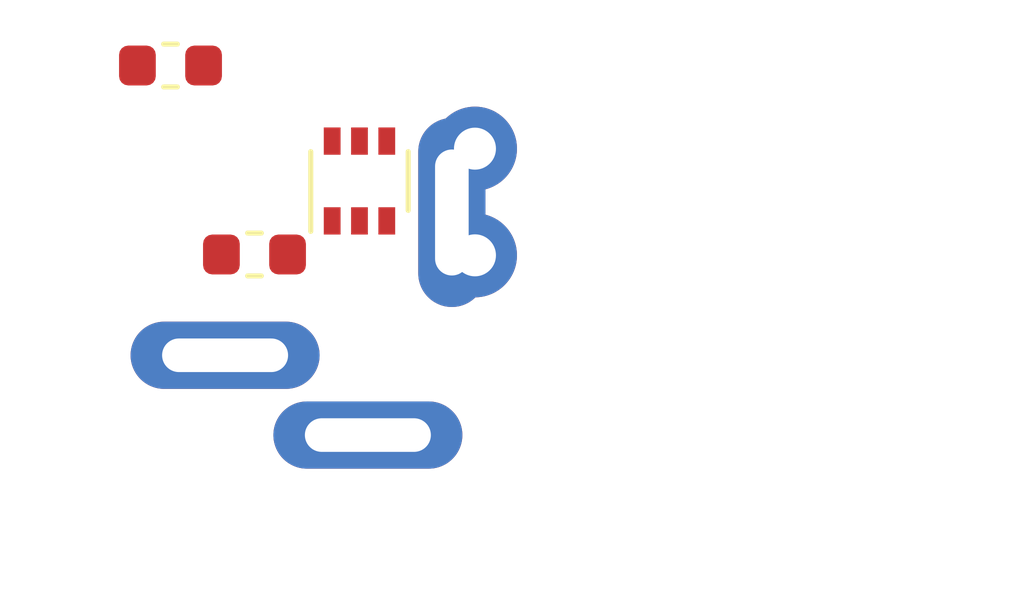
<source format=kicad_pcb>
(kicad_pcb (version 20171130) (host pcbnew "(6.0.0-rc1-dev-1267-gff668968f)")

  (general
    (thickness 1.6)
    (drawings 1)
    (tracks 0)
    (zones 0)
    (modules 5)
    (nets 7)
  )

  (page A4)
  (layers
    (0 F.Cu signal)
    (31 B.Cu signal)
    (32 B.Adhes user)
    (33 F.Adhes user)
    (34 B.Paste user)
    (35 F.Paste user)
    (36 B.SilkS user)
    (37 F.SilkS user)
    (38 B.Mask user)
    (39 F.Mask user)
    (40 Dwgs.User user)
    (41 Cmts.User user)
    (42 Eco1.User user)
    (43 Eco2.User user)
    (44 Edge.Cuts user)
    (45 Margin user)
    (46 B.CrtYd user)
    (47 F.CrtYd user)
    (48 B.Fab user)
    (49 F.Fab user hide)
  )

  (setup
    (last_trace_width 0.25)
    (trace_clearance 0.2)
    (zone_clearance 0.508)
    (zone_45_only no)
    (trace_min 0.2)
    (via_size 0.8)
    (via_drill 0.4)
    (via_min_size 0.4)
    (via_min_drill 0.3)
    (uvia_size 0.3)
    (uvia_drill 0.1)
    (uvias_allowed no)
    (uvia_min_size 0.2)
    (uvia_min_drill 0.1)
    (edge_width 0.05)
    (segment_width 0.2)
    (pcb_text_width 0.3)
    (pcb_text_size 1.5 1.5)
    (mod_edge_width 0.12)
    (mod_text_size 1 1)
    (mod_text_width 0.15)
    (pad_size 1.6 4.5)
    (pad_drill 0.8)
    (pad_to_mask_clearance 0.051)
    (solder_mask_min_width 0.25)
    (aux_axis_origin 0 0)
    (visible_elements 7FFFFFFF)
    (pcbplotparams
      (layerselection 0x010fc_ffffffff)
      (usegerberextensions false)
      (usegerberattributes false)
      (usegerberadvancedattributes false)
      (creategerberjobfile false)
      (excludeedgelayer true)
      (linewidth 0.100000)
      (plotframeref false)
      (viasonmask false)
      (mode 1)
      (useauxorigin false)
      (hpglpennumber 1)
      (hpglpenspeed 20)
      (hpglpendiameter 15.000000)
      (psnegative false)
      (psa4output false)
      (plotreference true)
      (plotvalue true)
      (plotinvisibletext false)
      (padsonsilk false)
      (subtractmaskfromsilk false)
      (outputformat 1)
      (mirror false)
      (drillshape 1)
      (scaleselection 1)
      (outputdirectory ""))
  )

  (net 0 "")
  (net 1 "Net-(J1-Pad3)")
  (net 2 "Net-(J1-Pad2)")
  (net 3 "Net-(J1-Pad1)")
  (net 4 "Net-(J2-Pad1)")
  (net 5 "Net-(J2-Pad2)")
  (net 6 "Net-(Q1-PadD)")

  (net_class Default "This is the default net class."
    (clearance 0.2)
    (trace_width 0.25)
    (via_dia 0.8)
    (via_drill 0.4)
    (uvia_dia 0.3)
    (uvia_drill 0.1)
    (add_net "Net-(J1-Pad1)")
    (add_net "Net-(J1-Pad2)")
    (add_net "Net-(J1-Pad3)")
    (add_net "Net-(J2-Pad1)")
    (add_net "Net-(J2-Pad2)")
    (add_net "Net-(Q1-PadD)")
  )

  (module Connector_Wire:SolderWirePad_1x02_P3.81mm_Drill0.8mm (layer F.Cu) (tedit 5BFADBFB) (tstamp 5BFB7037)
    (at 152.75 104.25 270)
    (descr "Wire solder connection")
    (tags connector)
    (path /5BFB32FD)
    (attr virtual)
    (fp_text reference J2 (at 0 -2.54 270) (layer F.SilkS) hide
      (effects (font (size 0.8 0.8) (thickness 0.15)))
    )
    (fp_text value Conn_01x02 (at 0 2.54 270) (layer F.Fab)
      (effects (font (size 0.8 0.8) (thickness 0.15)))
    )
    (fp_text user %R (at 0 -2.54 270) (layer F.Fab)
      (effects (font (size 0.8 0.8) (thickness 0.15)))
    )
    (pad 1 thru_hole circle (at -1.27 0 270) (size 2 2) (drill 1) (layers *.Cu *.Mask)
      (net 4 "Net-(J2-Pad1)"))
    (pad 2 thru_hole circle (at 1.27 0 270) (size 2 2) (drill 1) (layers *.Cu *.Mask)
      (net 5 "Net-(J2-Pad2)"))
  )

  (module Transistors_MOSFETS_SMD:ON_Semi_MCH6341-TL-W (layer F.Cu) (tedit 5BCB575D) (tstamp 5BFB6A75)
    (at 150 103.75 90)
    (descr "SOT-363, SC-70-6")
    (tags "SOT-363 SC-70-6")
    (path /5BFAE35A)
    (attr smd)
    (fp_text reference Q1 (at 0 -2 90) (layer F.SilkS) hide
      (effects (font (size 0.8 0.8) (thickness 0.15)))
    )
    (fp_text value MCH6341-TL-W (at 0 2 270) (layer F.Fab)
      (effects (font (size 0.8 0.8) (thickness 0.15)))
    )
    (fp_text user %R (at 0 0 180) (layer F.Fab)
      (effects (font (size 0.8 0.8) (thickness 0.075)))
    )
    (fp_line (start 0.7 -1.16) (end -1.2 -1.16) (layer F.SilkS) (width 0.12))
    (fp_line (start -0.7 1.16) (end 0.7 1.16) (layer F.SilkS) (width 0.12))
    (fp_line (start 1.6 1.4) (end 1.6 -1.4) (layer F.CrtYd) (width 0.05))
    (fp_line (start -1.6 -1.4) (end -1.6 1.4) (layer F.CrtYd) (width 0.05))
    (fp_line (start -1.6 -1.4) (end 1.6 -1.4) (layer F.CrtYd) (width 0.05))
    (fp_line (start 0.675 -1.1) (end -0.175 -1.1) (layer F.Fab) (width 0.1))
    (fp_line (start -0.675 -0.6) (end -0.675 1.1) (layer F.Fab) (width 0.1))
    (fp_line (start -1.6 1.4) (end 1.6 1.4) (layer F.CrtYd) (width 0.05))
    (fp_line (start 0.675 -1.1) (end 0.675 1.1) (layer F.Fab) (width 0.1))
    (fp_line (start 0.675 1.1) (end -0.675 1.1) (layer F.Fab) (width 0.1))
    (fp_line (start -0.175 -1.1) (end -0.675 -0.6) (layer F.Fab) (width 0.1))
    (pad D smd rect (at -0.95 -0.65 90) (size 0.65 0.4) (layers F.Cu F.Paste F.Mask)
      (net 6 "Net-(Q1-PadD)"))
    (pad G smd rect (at -0.95 0.65 90) (size 0.65 0.4) (layers F.Cu F.Paste F.Mask)
      (net 5 "Net-(J2-Pad2)"))
    (pad D smd rect (at 0.95 0 90) (size 0.65 0.4) (layers F.Cu F.Paste F.Mask)
      (net 6 "Net-(Q1-PadD)"))
    (pad D smd rect (at -0.95 0 90) (size 0.65 0.4) (layers F.Cu F.Paste F.Mask)
      (net 6 "Net-(Q1-PadD)"))
    (pad S smd rect (at 0.95 0.65 90) (size 0.65 0.4) (layers F.Cu F.Paste F.Mask)
      (net 4 "Net-(J2-Pad1)"))
    (pad D smd rect (at 0.95 -0.65 90) (size 0.65 0.4) (layers F.Cu F.Paste F.Mask)
      (net 6 "Net-(Q1-PadD)"))
    (model ${KISYS3DMOD}/Package_TO_SOT_SMD.3dshapes/SOT-363_SC-70-6.wrl
      (at (xyz 0 0 0))
      (scale (xyz 1 1 1))
      (rotate (xyz 0 0 0))
    )
  )

  (module Resistor_SMD:R_0603_1608Metric (layer F.Cu) (tedit 5B301BBD) (tstamp 5BFB6A86)
    (at 147.5 105.5 180)
    (descr "Resistor SMD 0603 (1608 Metric), square (rectangular) end terminal, IPC_7351 nominal, (Body size source: http://www.tortai-tech.com/upload/download/2011102023233369053.pdf), generated with kicad-footprint-generator")
    (tags resistor)
    (path /5BFB200F)
    (attr smd)
    (fp_text reference R1 (at 0 -1.43 180) (layer F.SilkS) hide
      (effects (font (size 0.8 0.8) (thickness 0.15)))
    )
    (fp_text value R (at 0 1.43 180) (layer F.Fab)
      (effects (font (size 0.8 0.8) (thickness 0.15)))
    )
    (fp_line (start -0.8 0.4) (end -0.8 -0.4) (layer F.Fab) (width 0.1))
    (fp_line (start -0.8 -0.4) (end 0.8 -0.4) (layer F.Fab) (width 0.1))
    (fp_line (start 0.8 -0.4) (end 0.8 0.4) (layer F.Fab) (width 0.1))
    (fp_line (start 0.8 0.4) (end -0.8 0.4) (layer F.Fab) (width 0.1))
    (fp_line (start -0.162779 -0.51) (end 0.162779 -0.51) (layer F.SilkS) (width 0.12))
    (fp_line (start -0.162779 0.51) (end 0.162779 0.51) (layer F.SilkS) (width 0.12))
    (fp_line (start -1.48 0.73) (end -1.48 -0.73) (layer F.CrtYd) (width 0.05))
    (fp_line (start -1.48 -0.73) (end 1.48 -0.73) (layer F.CrtYd) (width 0.05))
    (fp_line (start 1.48 -0.73) (end 1.48 0.73) (layer F.CrtYd) (width 0.05))
    (fp_line (start 1.48 0.73) (end -1.48 0.73) (layer F.CrtYd) (width 0.05))
    (fp_text user %R (at 0 0 180) (layer F.Fab)
      (effects (font (size 0.8 0.8) (thickness 0.06)))
    )
    (pad 1 smd roundrect (at -0.7875 0 180) (size 0.875 0.95) (layers F.Cu F.Paste F.Mask) (roundrect_rratio 0.25)
      (net 6 "Net-(Q1-PadD)"))
    (pad 2 smd roundrect (at 0.7875 0 180) (size 0.875 0.95) (layers F.Cu F.Paste F.Mask) (roundrect_rratio 0.25)
      (net 2 "Net-(J1-Pad2)"))
    (model ${KISYS3DMOD}/Resistor_SMD.3dshapes/R_0603_1608Metric.wrl
      (at (xyz 0 0 0))
      (scale (xyz 1 1 1))
      (rotate (xyz 0 0 0))
    )
  )

  (module Resistor_SMD:R_0603_1608Metric (layer F.Cu) (tedit 5B301BBD) (tstamp 5BFB6A97)
    (at 145.5 101 180)
    (descr "Resistor SMD 0603 (1608 Metric), square (rectangular) end terminal, IPC_7351 nominal, (Body size source: http://www.tortai-tech.com/upload/download/2011102023233369053.pdf), generated with kicad-footprint-generator")
    (tags resistor)
    (path /5BFB4BDE)
    (attr smd)
    (fp_text reference R2 (at 0 -1.43 180) (layer F.SilkS) hide
      (effects (font (size 0.8 0.8) (thickness 0.15)))
    )
    (fp_text value R (at 0 1.43 180) (layer F.Fab)
      (effects (font (size 0.8 0.8) (thickness 0.15)))
    )
    (fp_text user %R (at 0 0 180) (layer F.Fab)
      (effects (font (size 0.8 0.8) (thickness 0.06)))
    )
    (fp_line (start 1.48 0.73) (end -1.48 0.73) (layer F.CrtYd) (width 0.05))
    (fp_line (start 1.48 -0.73) (end 1.48 0.73) (layer F.CrtYd) (width 0.05))
    (fp_line (start -1.48 -0.73) (end 1.48 -0.73) (layer F.CrtYd) (width 0.05))
    (fp_line (start -1.48 0.73) (end -1.48 -0.73) (layer F.CrtYd) (width 0.05))
    (fp_line (start -0.162779 0.51) (end 0.162779 0.51) (layer F.SilkS) (width 0.12))
    (fp_line (start -0.162779 -0.51) (end 0.162779 -0.51) (layer F.SilkS) (width 0.12))
    (fp_line (start 0.8 0.4) (end -0.8 0.4) (layer F.Fab) (width 0.1))
    (fp_line (start 0.8 -0.4) (end 0.8 0.4) (layer F.Fab) (width 0.1))
    (fp_line (start -0.8 -0.4) (end 0.8 -0.4) (layer F.Fab) (width 0.1))
    (fp_line (start -0.8 0.4) (end -0.8 -0.4) (layer F.Fab) (width 0.1))
    (pad 2 smd roundrect (at 0.7875 0 180) (size 0.875 0.95) (layers F.Cu F.Paste F.Mask) (roundrect_rratio 0.25)
      (net 3 "Net-(J1-Pad1)"))
    (pad 1 smd roundrect (at -0.7875 0 180) (size 0.875 0.95) (layers F.Cu F.Paste F.Mask) (roundrect_rratio 0.25)
      (net 5 "Net-(J2-Pad2)"))
    (model ${KISYS3DMOD}/Resistor_SMD.3dshapes/R_0603_1608Metric.wrl
      (at (xyz 0 0 0))
      (scale (xyz 1 1 1))
      (rotate (xyz 0 0 0))
    )
  )

  (module Connectors_Jacks_DC:Jack_DC_Mirrored (layer F.Cu) (tedit 5BFB2B26) (tstamp 5BFB7892)
    (at 148.5 106.5)
    (descr $KICAD_MYGITHUBDATASHEETS$\Connectors_Jacks_DC\A-2237.pdf)
    (path /5BFAD889)
    (fp_text reference J1 (at 0 5) (layer F.SilkS) hide
      (effects (font (size 1 1) (thickness 0.15)))
    )
    (fp_text value Barrel_Jack_Switch (at 0 6.5) (layer F.Fab)
      (effects (font (size 1 1) (thickness 0.15)))
    )
    (fp_circle (center 0 0) (end -7 0) (layer F.CrtYd) (width 0.12))
    (fp_circle (center 0 -2) (end 0 -5.15) (layer F.CrtYd) (width 0.12))
    (fp_line (start 0 -2) (end -0.5 -2.5) (layer F.CrtYd) (width 0.12))
    (fp_line (start -0.5 -2.5) (end 0 -2) (layer F.CrtYd) (width 0.12))
    (fp_line (start 0 -2) (end -0.5 -1.5) (layer F.CrtYd) (width 0.12))
    (fp_line (start -0.5 -1.5) (end 0 -2) (layer F.CrtYd) (width 0.12))
    (fp_line (start 0 -2) (end 0.5 -1.5) (layer F.CrtYd) (width 0.12))
    (fp_line (start 0.5 -1.5) (end 0 -2) (layer F.CrtYd) (width 0.12))
    (fp_line (start 0 -2) (end 0.5 -2.5) (layer F.CrtYd) (width 0.12))
    (fp_line (start 0 0) (end 0.5 -0.5) (layer F.CrtYd) (width 0.12))
    (fp_line (start -0.5 -0.5) (end 0.5 0.5) (layer F.CrtYd) (width 0.12))
    (fp_line (start 0 0) (end -0.5 0.5) (layer F.CrtYd) (width 0.12))
    (pad 3 thru_hole oval (at 3.7 -2) (size 1.6 4.5) (drill oval 0.8 3) (layers *.Cu *.Mask)
      (net 1 "Net-(J1-Pad3)"))
    (pad 2 thru_hole oval (at 1.7 3.3) (size 4.5 1.6) (drill oval 3 0.8) (layers *.Cu *.Mask)
      (net 2 "Net-(J1-Pad2)"))
    (pad 1 thru_hole oval (at -1.7 1.4) (size 4.5 1.6) (drill oval 3 0.8) (layers *.Cu *.Mask)
      (net 3 "Net-(J1-Pad1)"))
  )

  (gr_text "Schematic:\n1 = GND\n2 = VCC\n3 = SW" (at 159 105.75) (layer Cmts.User)
    (effects (font (size 0.8 0.8) (thickness 0.15)) (justify left))
  )

)

</source>
